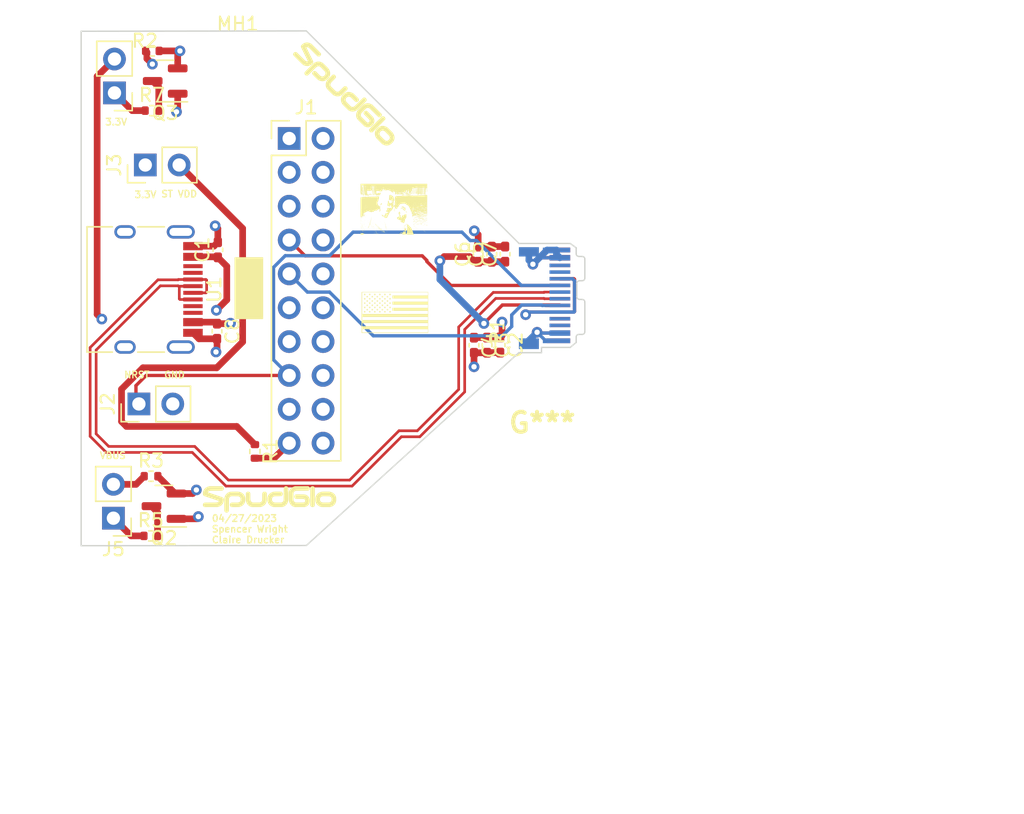
<source format=kicad_pcb>
(kicad_pcb (version 20221018) (generator pcbnew)
  (layers (0 "F.Cu" signal) (1 "In1.Cu" signal "GND") (2 "In2.Cu" signal "PWR") (31 "B.Cu" signal) (34 "B.Paste" user) (35 "F.Paste" user) (36 "B.SilkS" user "B.Silkscreen") (37 "F.SilkS" user "F.Silkscreen") (38 "B.Mask" user) (39 "F.Mask" user) (44 "Edge.Cuts" user))
  (net 0 "")
  (net 1 "MCU_VDD")
  (net 2 "Net-(J1-Pin_19)")
  (net 3 "+3.3V")
  (net 4 "GND1")
  (net 5 "Net-(J5-Pin_1)")
  (net 6 "Net-(Q2-D)")
  (net 7 "VBUS")
  (net 8 "Net-(J6-Pin_1)")
  (net 9 "Net-(Q3-D)")
  (net 11 "USBD+")
  (net 12 "USBD-")
  (net 18 "SWDIO")
  (net 19 "SWCLK")
  (net 22 "NRST")
  (footprint "Package_TO_SOT_SMD:SOT-23" (layer "F.Cu") (at 30.4525 61.31 180)
    (fp_text reference "Q3" (at 0 -2.4) (layer "F.SilkS"))
    (fp_text value "BSS138")
    (pad "1" smd roundrect (at -0.9375 -0.95 180) (size 1.475 0.6) (layers "F.Cu" "F.Paste" "F.Mask") (net 3 "+3.3V"))
    (pad "2" smd roundrect (at -0.9375 0.95 180) (size 1.475 0.6) (layers "F.Cu" "F.Paste" "F.Mask") (net 4 "GND1"))
    (pad "3" smd roundrect (at 0.9375 0 180) (size 1.475 0.6) (layers "F.Cu" "F.Paste" "F.Mask") (net 9 "Net-(Q3-D)"))
  )
  (footprint "Resistor_SMD:R_0402_1005Metric" (layer "F.Cu") (at 37.18 89.1 -90)
    (fp_text reference "R1" (at 0 -1.17 90) (layer "F.SilkS"))
    (fp_text value "0")
    (pad "1" smd roundrect (at -0.51 0 270) (size 0.54 0.64) (layers "F.Cu" "F.Paste" "F.Mask") (net 1 "MCU_VDD"))
    (pad "2" smd roundrect (at 0.51 0 270) (size 0.54 0.64) (layers "F.Cu" "F.Paste" "F.Mask") (net 2 "Net-(J1-Pin_19)"))
  )
  (footprint "Capacitor_SMD:C_0402_1005Metric_Pad0.74x0.62mm_HandSolder" (layer "F.Cu") (at 34.4 73.9725 90)
    (fp_text reference "C1" (at 0 -1.16 90) (layer "F.SilkS"))
    (fp_text value "1u")
    (pad "1" smd roundrect (at -0.5675 0 90) (size 0.735 0.62) (layers "F.Cu" "F.Paste" "F.Mask") (net 7 "VBUS"))
    (pad "2" smd roundrect (at 0.5675 0 90) (size 0.735 0.62) (layers "F.Cu" "F.Paste" "F.Mask") (net 4 "GND1"))
  )
  (footprint "Connector_USB:USB_C_Receptacle_HRO_TYPE-C-31-M-12" (layer "F.Cu") (at 28.49 76.95 -90)
    (fp_text reference "U1" (at 0 -5.645 90) (layer "F.SilkS"))
    (fp_text value "USB-C-31-M-12")
    (pad "" np_thru_hole circle (at -2.89 -2.6 270) (size 0.65 0.65) (drill 0.65) (layers "*.Cu" "*.Mask"))
    (pad "" np_thru_hole circle (at 2.89 -2.6 270) (size 0.65 0.65) (drill 0.65) (layers "*.Cu" "*.Mask"))
    (pad "A1" smd rect (at -3.25 -4.045 270) (size 0.6 1.45) (layers "F.Cu" "F.Paste" "F.Mask") (net 4 "GND1"))
    (pad "A4" smd rect (at -2.45 -4.045 270) (size 0.6 1.45) (layers "F.Cu" "F.Paste" "F.Mask") (net 7 "VBUS"))
    (pad "A5" smd rect (at -1.25 -4.045 270) (size 0.3 1.45) (layers "F.Cu" "F.Paste" "F.Mask"))
    (pad "A6" smd rect (at -0.25 -4.045 270) (size 0.3 1.45) (layers "F.Cu" "F.Paste" "F.Mask") (net 11 "USBD+"))
    (pad "A7" smd rect (at 0.25 -4.045 270) (size 0.3 1.45) (layers "F.Cu" "F.Paste" "F.Mask") (net 12 "USBD-"))
    (pad "A8" smd rect (at 1.25 -4.045 270) (size 0.3 1.45) (layers "F.Cu" "F.Paste" "F.Mask"))
    (pad "A9" smd rect (at 2.45 -4.045 270) (size 0.6 1.45) (layers "F.Cu" "F.Paste" "F.Mask") (net 7 "VBUS"))
    (pad "A12" smd rect (at 3.25 -4.045 270) (size 0.6 1.45) (layers "F.Cu" "F.Paste" "F.Mask") (net 4 "GND1"))
    (pad "B1" smd rect (at 3.25 -4.045 270) (size 0.6 1.45) (layers "F.Cu" "F.Paste" "F.Mask") (net 4 "GND1"))
    (pad "B4" smd rect (at 2.45 -4.045 270) (size 0.6 1.45) (layers "F.Cu" "F.Paste" "F.Mask") (net 7 "VBUS"))
    (pad "B5" smd rect (at 1.75 -4.045 270) (size 0.3 1.45) (layers "F.Cu" "F.Paste" "F.Mask"))
    (pad "B6" smd rect (at 0.75 -4.045 270) (size 0.3 1.45) (layers "F.Cu" "F.Paste" "F.Mask") (net 11 "USBD+"))
    (pad "B7" smd rect (at -0.75 -4.045 270) (size 0.3 1.45) (layers "F.Cu" "F.Paste" "F.Mask") (net 12 "USBD-"))
    (pad "B8" smd rect (at -1.75 -4.045 270) (size 0.3 1.45) (layers "F.Cu" "F.Paste" "F.Mask"))
    (pad "B9" smd rect (at -2.45 -4.045 270) (size 0.6 1.45) (layers "F.Cu" "F.Paste" "F.Mask") (net 7 "VBUS"))
    (pad "B12" smd rect (at -3.25 -4.045 270) (size 0.6 1.45) (layers "F.Cu" "F.Paste" "F.Mask") (net 4 "GND1"))
    (pad "S1" thru_hole oval (at -4.32 -3.13 270) (size 1 2.1) (drill oval 0.6 1.7) (layers "*.Cu" "*.Mask"))
    (pad "S1" thru_hole oval (at -4.32 1.05 270) (size 1 1.6) (drill oval 0.6 1.2) (layers "*.Cu" "*.Mask"))
    (pad "S1" thru_hole oval (at 4.32 -3.13 270) (size 1 2.1) (drill oval 0.6 1.7) (layers "*.Cu" "*.Mask"))
    (pad "S1" thru_hole oval (at 4.32 1.05 270) (size 1 1.6) (drill oval 0.6 1.2) (layers "*.Cu" "*.Mask"))
  )
  (footprint "Resistor_SMD:R_0402_1005Metric" (layer "F.Cu") (at 29.37 95.44)
    (fp_text reference "R5" (at 0 -1.17) (layer "F.SilkS"))
    (fp_text value "1k")
    (pad "1" smd roundrect (at -0.51 0) (size 0.54 0.64) (layers "F.Cu" "F.Paste" "F.Mask") (net 5 "Net-(J5-Pin_1)"))
    (pad "2" smd roundrect (at 0.51 0) (size 0.54 0.64) (layers "F.Cu" "F.Paste" "F.Mask") (net 6 "Net-(Q2-D)"))
  )
  (footprint "LOGO" (layer "F.Cu") (at 43.925 62.425 -45)
    (fp_text reference "G***" hide)
    (fp_text value "LOGO" hide)
  )
  (footprint "Resistor_SMD:R_0402_1005Metric" (layer "F.Cu") (at 29.49 59.05)
    (fp_text reference "R2" (at -0.565 -0.75) (layer "F.SilkS"))
    (fp_text value "1M")
    (pad "1" smd roundrect (at -0.51 0) (size 0.54 0.64) (layers "F.Cu" "F.Paste" "F.Mask") (net 3 "+3.3V"))
    (pad "2" smd roundrect (at 0.51 0) (size 0.54 0.64) (layers "F.Cu" "F.Paste" "F.Mask") (net 4 "GND1"))
  )
  (footprint "Capacitor_SMD:C_0402_1005Metric_Pad0.74x0.62mm_HandSolder" (layer "F.Cu") (at 53.61 81.135 -90)
    (fp_text reference "C4" (at 0 -1.16 90) (layer "F.SilkS"))
    (fp_text value "1u")
    (pad "1" smd roundrect (at -0.5675 0 270) (size 0.735 0.62) (layers "F.Cu" "F.Paste" "F.Mask") (net 7 "VBUS"))
    (pad "2" smd roundrect (at 0.5675 0 270) (size 0.735 0.62) (layers "F.Cu" "F.Paste" "F.Mask") (net 4 "GND1"))
  )
  (footprint "Connector_PinHeader_2.54mm:PinHeader_1x02_P2.54mm_Vertical" (layer "F.Cu") (at 26.65 62.2 180)
    (fp_text reference "J6" hide)
    (fp_text value "Conn_01x02_Male" hide)
    (pad "1" thru_hole rect (at 0 0 180) (size 1.7 1.7) (drill 1) (layers "*.Cu" "*.Mask") (net 8 "Net-(J6-Pin_1)"))
    (pad "2" thru_hole oval (at 0 2.54 180) (size 1.7 1.7) (drill 1) (layers "*.Cu" "*.Mask") (net 7 "VBUS"))
  )
  (footprint "Package_TO_SOT_SMD:SOT-23" (layer "F.Cu") (at 30.3625 93.21 180)
    (fp_text reference "Q2" (at 0 -2.4) (layer "F.SilkS"))
    (fp_text value "BSS138")
    (pad "1" smd roundrect (at -0.9375 -0.95 180) (size 1.475 0.6) (layers "F.Cu" "F.Paste" "F.Mask") (net 7 "VBUS"))
    (pad "2" smd roundrect (at -0.9375 0.95 180) (size 1.475 0.6) (layers "F.Cu" "F.Paste" "F.Mask") (net 4 "GND1"))
    (pad "3" smd roundrect (at 0.9375 0 180) (size 1.475 0.6) (layers "F.Cu" "F.Paste" "F.Mask") (net 6 "Net-(Q2-D)"))
  )
  (footprint "Connector_PinHeader_2.54mm:PinHeader_2x10_P2.54mm_Vertical" (layer "F.Cu") (at 39.75 65.62)
    (fp_text reference "J1" (at 1.27 -2.33) (layer "F.SilkS"))
    (fp_text value "Conn_01x20_Male")
    (pad "1" thru_hole rect (at 0 0) (size 1.7 1.7) (drill 1) (layers "*.Cu" "*.Mask") (net 3 "+3.3V"))
    (pad "2" thru_hole oval (at 2.54 0) (size 1.7 1.7) (drill 1) (layers "*.Cu" "*.Mask") (net 3 "+3.3V"))
    (pad "3" thru_hole oval (at 0 2.54) (size 1.7 1.7) (drill 1) (layers "*.Cu" "*.Mask"))
    (pad "4" thru_hole oval (at 2.54 2.54) (size 1.7 1.7) (drill 1) (layers "*.Cu" "*.Mask") (net 4 "GND1"))
    (pad "5" thru_hole oval (at 0 5.08) (size 1.7 1.7) (drill 1) (layers "*.Cu" "*.Mask"))
    (pad "6" thru_hole oval (at 2.54 5.08) (size 1.7 1.7) (drill 1) (layers "*.Cu" "*.Mask") (net 4 "GND1"))
    (pad "7" thru_hole oval (at 0 7.62) (size 1.7 1.7) (drill 1) (layers "*.Cu" "*.Mask") (net 18 "SWDIO"))
    (pad "8" thru_hole oval (at 2.54 7.62) (size 1.7 1.7) (drill 1) (layers "*.Cu" "*.Mask") (net 4 "GND1"))
    (pad "9" thru_hole oval (at 0 10.16) (size 1.7 1.7) (drill 1) (layers "*.Cu" "*.Mask") (net 19 "SWCLK"))
    (pad "10" thru_hole oval (at 2.54 10.16) (size 1.7 1.7) (drill 1) (layers "*.Cu" "*.Mask") (net 4 "GND1"))
    (pad "11" thru_hole oval (at 0 12.7) (size 1.7 1.7) (drill 1) (layers "*.Cu" "*.Mask"))
    (pad "12" thru_hole oval (at 2.54 12.7) (size 1.7 1.7) (drill 1) (layers "*.Cu" "*.Mask") (net 4 "GND1"))
    (pad "13" thru_hole oval (at 0 15.24) (size 1.7 1.7) (drill 1) (layers "*.Cu" "*.Mask"))
    (pad "14" thru_hole oval (at 2.54 15.24) (size 1.7 1.7) (drill 1) (layers "*.Cu" "*.Mask") (net 4 "GND1"))
    (pad "15" thru_hole oval (at 0 17.78) (size 1.7 1.7) (drill 1) (layers "*.Cu" "*.Mask") (net 22 "NRST"))
    (pad "16" thru_hole oval (at 2.54 17.78) (size 1.7 1.7) (drill 1) (layers "*.Cu" "*.Mask") (net 4 "GND1"))
    (pad "17" thru_hole oval (at 0 20.32) (size 1.7 1.7) (drill 1) (layers "*.Cu" "*.Mask"))
    (pad "18" thru_hole oval (at 2.54 20.32) (size 1.7 1.7) (drill 1) (layers "*.Cu" "*.Mask") (net 4 "GND1"))
    (pad "19" thru_hole oval (at 0 22.86) (size 1.7 1.7) (drill 1) (layers "*.Cu" "*.Mask") (net 2 "Net-(J1-Pin_19)"))
    (pad "20" thru_hole oval (at 2.54 22.86) (size 1.7 1.7) (drill 1) (layers "*.Cu" "*.Mask") (net 4 "GND1"))
  )
  (footprint "Connector_USB:USB_C_Plug_JAE_DX07P024AJ1" (layer "F.Cu") (at 58.8975 77.395 90)
    (fp_text reference "P1" (at -2.6925 -3.54 90) (layer "F.SilkS"))
    (fp_text value "USB_C_Plug")
    (fp_line (start -4.3 -1.93) (end -4.3 -0.2275) (stroke (width 0.1)) (layer "Edge.Cuts"))
    (fp_line (start -4.3 -0.2275) (end -3.9 -0.2275) (stroke (width 0.1)) (layer "Edge.Cuts"))
    (fp_line (start -3.9 1.9225) (end -3.9 -0.2275) (stroke (width 0.1)) (layer "Edge.Cuts"))
    (fp_line (start -3.53 2.3725) (end -3.9 1.9225) (stroke (width 0.1)) (layer "Edge.Cuts"))
    (fp_line (start -3.125 2.3725) (end -3.53 2.3725) (stroke (width 0.1)) (layer "Edge.Cuts"))
    (fp_line (start -2.925 2.8225) (end -2.925 2.5725) (stroke (width 0.1)) (layer "Edge.Cuts"))
    (fp_line (start -0.5 3.0225) (end -2.725 3.0225) (stroke (width 0.1)) (layer "Edge.Cuts"))
    (fp_line (start -0.3 2.6225) (end -0.3 2.8225) (stroke (width 0.1)) (layer "Edge.Cuts"))
    (fp_line (start -0.1 2.4225) (end 0.9 2.4225) (stroke (width 0.1)) (layer "Edge.Cuts"))
    (fp_line (start 1.1 2.8225) (end 1.1 2.6225) (stroke (width 0.1)) (layer "Edge.Cuts"))
    (fp_line (start 1.3 3.0225) (end 2.725 3.0225) (stroke (width 0.1)) (layer "Edge.Cuts"))
    (fp_line (start 2.925 2.8225) (end 2.925 2.5725) (stroke (width 0.1)) (layer "Edge.Cuts"))
    (fp_line (start 3.125 2.3725) (end 3.575 2.3725) (stroke (width 0.1)) (layer "Edge.Cuts"))
    (fp_line (start 3.575 2.3725) (end 3.9 1.9225) (stroke (width 0.1)) (layer "Edge.Cuts"))
    (fp_line (start 3.9 1.9225) (end 3.9 -1.9175) (stroke (width 0.1)) (layer "Edge.Cuts"))
    (fp_arc (start -3.125 2.3725) (mid -2.983579 2.431079) (end -2.925 2.5725) (stroke (width 0.1)) (layer "Edge.Cuts"))
    (fp_arc (start -2.725 3.0225) (mid -2.866421 2.963921) (end -2.925 2.8225) (stroke (width 0.1)) (layer "Edge.Cuts"))
    (fp_arc (start -0.3 2.6225) (mid -0.241421 2.481079) (end -0.1 2.4225) (stroke (width 0.1)) (layer "Edge.Cuts"))
    (fp_arc (start -0.3 2.8225) (mid -0.358579 2.963921) (end -0.5 3.0225) (stroke (width 0.1)) (layer "Edge.Cuts"))
    (fp_arc (start 0.9 2.4225) (mid 1.041421 2.481079) (end 1.1 2.6225) (stroke (width 0.1)) (layer "Edge.Cuts"))
    (fp_arc (start 1.3 3.0225) (mid 1.158579 2.963921) (end 1.1 2.8225) (stroke (width 0.1)) (layer "Edge.Cuts"))
    (fp_arc (start 2.925 2.5725) (mid 2.983579 2.431079) (end 3.125 2.3725) (stroke (width 0.1)) (layer "Edge.Cuts"))
    (fp_arc (start 2.925 2.8225) (mid 2.866421 2.963921) (end 2.725 3.0225) (stroke (width 0.1)) (layer "Edge.Cuts"))
    (pad "" smd rect (at -3.405 1.0475 90) (size 0.36 1.75) (layers "F.Cu" "F.Mask"))
    (pad "" smd rect (at 3.405 1.0475 90) (size 0.36 1.75) (layers "F.Cu" "F.Mask"))
    (pad "A1" smd rect (at 2.825 1.1475 90) (size 0.41 1.55) (layers "F.Cu" "F.Paste" "F.Mask") (net 4 "GND1"))
    (pad "A2" smd rect (at 2.25 1.1475 90) (size 0.26 1.55) (layers "F.Cu" "F.Paste" "F.Mask"))
    (pad "A3" smd rect (at 1.75 1.1475 90) (size 0.26 1.55) (layers "F.Cu" "F.Paste" "F.Mask"))
    (pad "A4" smd rect (at 1.25 1.1475 90) (size 0.26 1.55) (layers "F.Cu" "F.Paste" "F.Mask") (net 7 "VBUS"))
    (pad "A5" smd rect (at 0.75 1.1475 90) (size 0.26 1.55) (layers "F.Cu" "F.Paste" "F.Mask") (net 18 "SWDIO"))
    (pad "A6" smd rect (at 0.25 1.1475 270) (size 0.26 1.55) (layers "F.Cu" "F.Paste" "F.Mask") (net 11 "USBD+"))
    (pad "A7" smd rect (at -0.25 1.1475 270) (size 0.26 1.55) (layers "F.Cu" "F.Paste" "F.Mask") (net 12 "USBD-"))
    (pad "A8" smd rect (at -0.75 1.1475 90) (size 0.26 1.55) (layers "F.Cu" "F.Paste" "F.Mask") (net 3 "+3.3V"))
    (pad "A9" smd rect (at -1.25 1.1475 90) (size 0.26 1.55) (layers "F.Cu" "F.Paste" "F.Mask") (net 7 "VBUS"))
    (pad "A10" smd rect (at -1.75 1.1475 90) (size 0.26 1.55) (layers "F.Cu" "F.Paste" "F.Mask"))
    (pad "A11" smd rect (at -2.25 1.1475 90) (size 0.26 1.55) (layers "F.Cu" "F.Paste" "F.Mask"))
    (pad "A12" smd rect (at -2.825 1.1475 90) (size 0.41 1.55) (layers "F.Cu" "F.Paste" "F.Mask") (net 4 "GND1"))
    (pad "B1" smd rect (at -2.825 1.1475 90) (size 0.41 1.55) (layers "B.Cu" "B.Paste" "B.Mask") (net 4 "GND1"))
    (pad "B2" smd rect (at -2.25 1.1475 90) (size 0.26 1.55) (layers "B.Cu" "B.Paste" "B.Mask"))
    (pad "B3" smd rect (at -1.75 1.1475 90) (size 0.26 1.55) (layers "B.Cu" "B.Paste" "B.Mask"))
    (pad "B4" smd rect (at -1.25 1.1475 90) (size 0.26 1.55) (layers "B.Cu" "B.Paste" "B.Mask") (net 7 "VBUS"))
    (pad "B5" smd rect (at -0.75 1.1475 90) (size 0.26 1.55) (layers "B.Cu" "B.Paste" "B.Mask") (net 19 "SWCLK"))
    (pad "B6" smd rect (at -0.25 1.1475 270) (size 0.26 1.55) (layers "B.Cu" "B.Paste" "B.Mask"))
    (pad "B7" smd rect (at 0.25 1.1475 90) (size 0.26 1.55) (layers "B.Cu" "B.Paste" "B.Mask"))
    (pad "B8" smd rect (at 0.75 1.1475 90) (size 0.26 1.55) (layers "B.Cu" "B.Paste" "B.Mask") (net 22 "NRST"))
    (pad "B9" smd rect (at 1.25 1.1475 90) (size 0.26 1.55) (layers "B.Cu" "B.Paste" "B.Mask") (net 7 "VBUS"))
    (pad "B10" smd rect (at 1.75 1.1475 90) (size 0.26 1.55) (layers "B.Cu" "B.Paste" "B.Mask"))
    (pad "B11" smd rect (at 2.25 1.1475 90) (size 0.26 1.55) (layers "B.Cu" "B.Paste" "B.Mask"))
    (pad "B12" smd rect (at 2.825 1.1475 90) (size 0.41 1.55) (layers "B.Cu" "B.Paste" "B.Mask") (net 4 "GND1"))
    (pad "S1" smd rect (at -3.625 -1.1725 90) (size 0.8 1.5) (layers "B.Cu" "B.Paste" "B.Mask") (net 4 "GND1"))
    (pad "S1" smd rect (at -3.405 0.8975 90) (size 0.36 2.05) (layers "B.Cu" "B.Paste" "B.Mask") (net 4 "GND1"))
    (pad "S1" smd rect (at 3.27 -1.1725 270) (size 0.7 1.5) (layers "B.Cu" "B.Paste" "B.Mask") (net 4 "GND1"))
    (pad "S1" smd rect (at 3.405 0.8975 90) (size 0.36 2.05) (layers "B.Cu" "B.Paste" "B.Mask") (net 4 "GND1"))
  )
  (footprint "Capacitor_SMD:C_0402_1005Metric_Pad0.74x0.62mm_HandSolder" (layer "F.Cu") (at 54.59 81.1275 -90)
    (fp_text reference "C3" (at 0 -1.16 90) (layer "F.SilkS"))
    (fp_text value "1u")
    (pad "1" smd roundrect (at -0.5675 0 270) (size 0.735 0.62) (layers "F.Cu" "F.Paste" "F.Mask") (net 7 "VBUS"))
    (pad "2" smd roundrect (at 0.5675 0 270) (size 0.735 0.62) (layers "F.Cu" "F.Paste" "F.Mask") (net 4 "GND1"))
  )
  (footprint "MountingHole:MountingHole_3mm" (layer "F.Cu") (at 48.04 83.7)
    (fp_text reference "MH2" hide)
    (fp_text value "MountingHole_Pad")
    (pad "" np_thru_hole circle (at 0 0) (size 3 3) (drill 3) (layers "*.Cu" "*.Mask"))
  )
  (footprint "Capacitor_SMD:C_0402_1005Metric_Pad0.74x0.62mm_HandSolder" (layer "F.Cu") (at 54.94 74.3025 90)
    (fp_text reference "C5" (at 0 -1.16 90) (layer "F.SilkS"))
    (fp_text value "1u")
    (pad "1" smd roundrect (at -0.5675 0 90) (size 0.735 0.62) (layers "F.Cu" "F.Paste" "F.Mask") (net 3 "+3.3V"))
    (pad "2" smd roundrect (at 0.5675 0 90) (size 0.735 0.62) (layers "F.Cu" "F.Paste" "F.Mask") (net 4 "GND1"))
  )
  (footprint "Capacitor_SMD:C_0402_1005Metric_Pad0.74x0.62mm_HandSolder" (layer "F.Cu") (at 34.34 80.0825 -90)
    (fp_text reference "C8" (at 0 -1.16 90) (layer "F.SilkS"))
    (fp_text value "1u")
    (pad "1" smd roundrect (at -0.5675 0 270) (size 0.735 0.62) (layers "F.Cu" "F.Paste" "F.Mask") (net 7 "VBUS"))
    (pad "2" smd roundrect (at 0.5675 0 270) (size 0.735 0.62) (layers "F.Cu" "F.Paste" "F.Mask") (net 4 "GND1"))
  )
  (footprint "Capacitor_SMD:C_0402_1005Metric_Pad0.74x0.62mm_HandSolder" (layer "F.Cu") (at 55.57 81.1175 -90)
    (fp_text reference "C2" (at 0 -1.16 90) (layer "F.SilkS"))
    (fp_text value "1u")
    (pad "1" smd roundrect (at -0.5675 0 270) (size 0.735 0.62) (layers "F.Cu" "F.Paste" "F.Mask") (net 7 "VBUS"))
    (pad "2" smd roundrect (at 0.5675 0 270) (size 0.735 0.62) (layers "F.Cu" "F.Paste" "F.Mask") (net 4 "GND1"))
  )
  (footprint "Connector_PinHeader_2.54mm:PinHeader_1x02_P2.54mm_Vertical" (layer "F.Cu") (at 26.57 94.11 180)
    (fp_text reference "J5" (at 0 -2.33) (layer "F.SilkS"))
    (fp_text value "Conn_01x02_Male")
    (pad "1" thru_hole rect (at 0 0 180) (size 1.7 1.7) (drill 1) (layers "*.Cu" "*.Mask") (net 5 "Net-(J5-Pin_1)"))
    (pad "2" thru_hole oval (at 0 2.54 180) (size 1.7 1.7) (drill 1) (layers "*.Cu" "*.Mask") (net 7 "VBUS"))
  )
  (footprint "LOGO" (layer "F.Cu") (at 38.275 92.7)
    (fp_text reference "G***" hide)
    (fp_text value "LOGO" hide)
  )
  (footprint "LOGO" (layer "F.Cu") (at 47.6 70.925)
    (fp_text reference "G***" hide)
    (fp_text value "LOGO" hide)
  )
  (footprint "Resistor_SMD:R_0402_1005Metric" (layer "F.Cu") (at 29.46 63.53)
    (fp_text reference "R7" (at 0 -1.17) (layer "F.SilkS"))
    (fp_text value "1k")
    (pad "1" smd roundrect (at -0.51 0) (size 0.54 0.64) (layers "F.Cu" "F.Paste" "F.Mask") (net 8 "Net-(J6-Pin_1)"))
    (pad "2" smd roundrect (at 0.51 0) (size 0.54 0.64) (layers "F.Cu" "F.Paste" "F.Mask") (net 9 "Net-(Q3-D)"))
  )
  (footprint "LOGO" (layer "F.Cu") (at 47.675 78.675)
    (fp_text reference "G***" (at 11.05 8.275) (layer "F.SilkS") (effects (font (size 1.5 1.5) (thickness 0.3))))
    (fp_text value "LOGO" hide)
  )
  (footprint "Capacitor_SMD:C_0402_1005Metric_Pad0.74x0.62mm_HandSolder" (layer "F.Cu") (at 55.94 74.2975 90)
    (fp_text reference "C7" (at 0 -1.16 90) (layer "F.SilkS"))
    (fp_text value "1u")
    (pad "1" smd roundrect (at -0.5675 0 90) (size 0.735 0.62) (layers "F.Cu" "F.Paste" "F.Mask") (net 3 "+3.3V"))
    (pad "2" smd roundrect (at 0.5675 0 90) (size 0.735 0.62) (layers "F.Cu" "F.Paste" "F.Mask") (net 4 "GND1"))
  )
  (footprint "MountingHole:MountingHole_3mm" (layer "F.Cu") (at 35.89 61.02)
    (fp_text reference "MH1" (at 0 -4) (layer "F.SilkS"))
    (fp_text value "MountingHole_Pad")
    (pad "" np_thru_hole circle (at 0 0) (size 3 3) (drill 3) (layers "*.Cu" "*.Mask"))
  )
  (footprint "Capacitor_SMD:C_0402_1005Metric_Pad0.74x0.62mm_HandSolder" (layer "F.Cu") (at 53.92 74.3 90)
    (fp_text reference "C6" (at 0 -1.16 90) (layer "F.SilkS"))
    (fp_text value "1u")
    (pad "1" smd roundrect (at -0.5675 0 90) (size 0.735 0.62) (layers "F.Cu" "F.Paste" "F.Mask") (net 3 "+3.3V"))
    (pad "2" smd roundrect (at 0.5675 0 90) (size 0.735 0.62) (layers "F.Cu" "F.Paste" "F.Mask") (net 4 "GND1"))
  )
  (footprint "Connector_PinHeader_2.54mm:PinHeader_1x02_P2.54mm_Vertical" (layer "F.Cu") (at 28.48 85.54 90)
    (fp_text reference "J2" (at 0 -2.33 90) (layer "F.SilkS"))
    (fp_text value "Conn_01x02_Pin")
    (pad "1" thru_hole rect (at 0 0 90) (size 1.7 1.7) (drill 1) (layers "*.Cu" "*.Mask") (net 22 "NRST"))
    (pad "2" thru_hole oval (at 0 2.54 90) (size 1.7 1.7) (drill 1) (layers "*.Cu" "*.Mask") (net 4 "GND1"))
  )
  (footprint "Connector_PinHeader_2.54mm:PinHeader_1x02_P2.54mm_Vertical" (layer "F.Cu") (at 28.96 67.61 90)
    (fp_text reference "J3" (at 0 -2.33 90) (layer "F.SilkS"))
    (fp_text value "Conn_01x02_Pin")
    (pad "1" thru_hole rect (at 0 0 90) (size 1.7 1.7) (drill 1) (layers "*.Cu" "*.Mask") (net 3 "+3.3V"))
    (pad "2" thru_hole oval (at 0 2.54 90) (size 1.7 1.7) (drill 1) (layers "*.Cu" "*.Mask") (net 1 "MCU_VDD"))
  )
  (footprint "Resistor_SMD:R_0402_1005Metric" (layer "F.Cu") (at 29.39 90.96)
    (fp_text reference "R3" (at 0 -1.17) (layer "F.SilkS"))
    (fp_text value "1M")
    (pad "1" smd roundrect (at -0.51 0) (size 0.54 0.64) (layers "F.Cu" "F.Paste" "F.Mask") (net 7 "VBUS"))
    (pad "2" smd roundrect (at 0.51 0) (size 0.54 0.64) (layers "F.Cu" "F.Paste" "F.Mask") (net 4 "GND1"))
  )
  (gr_rect (start 35.7 74.575) (end 37.75 79.125) (stroke (width 0.1)) (fill solid) (layer "F.SilkS"))
  (gr_line (start 24.15 96.175) (end 41.035 96.16) (stroke (width 0.1)) (layer "Edge.Cuts"))
  (gr_line (start 56.98 73.495) (end 41.035 57.55) (stroke (width 0.1)) (layer "Edge.Cuts"))
  (gr_line (start 24.15 57.575) (end 24.15 96.175) (stroke (width 0.1)) (layer "Edge.Cuts"))
  (gr_line (start 41.035 96.16) (end 56.9675 81.695) (stroke (width 0.1)) (layer "Edge.Cuts"))
  (gr_line (start 41.035 57.55) (end 24.15 57.575) (stroke (width 0.1)) (layer "Edge.Cuts"))
  (gr_text "04/27/2023\nSpencer Wright\nClaire Drucker" (at 33.9 96.025) (layer "F.SilkS") (effects (font (size 0.5 0.5) (thickness 0.1) bold) (justify left bottom)))
  (gr_text "GND" (at 31.15 83.65) (layer "F.SilkS") (effects (font (size 0.5 0.5) (thickness 0.1) bold) (justify bottom)))
  (gr_text "VBUS" (at 26.525 89.7) (layer "F.SilkS") (effects (font (size 0.5 0.5) (thickness 0.1) bold) (justify bottom)))
  (gr_text "ST VDD" (at 31.5 70.075) (layer "F.SilkS") (effects (font (size 0.5 0.5) (thickness 0.1) bold) (justify bottom)))
  (gr_text "3.3V" (at 25.9 64.675) (layer "F.SilkS") (effects (font (size 0.5 0.5) (thickness 0.1) bold) (justify left bottom)))
  (gr_text "3.3V" (at 28.1 70.125) (layer "F.SilkS") (effects (font (size 0.5 0.5) (thickness 0.1) bold) (justify left bottom)))
  (gr_text "NRST" (at 28.325 83.65) (layer "F.SilkS") (effects (font (size 0.5 0.5) (thickness 0.1) bold) (justify bottom)))
  (segment (start 28.785 82.825) (end 34.317082 82.825) (width 0.5) (layer "F.Cu") (net 1))
  (segment (start 36.26 80.882082) (end 36.26 72.37) (width 0.5) (layer "F.Cu") (net 1))
  (segment (start 27.55 87.225) (end 27.18 86.855) (width 0.5) (layer "F.Cu") (net 1))
  (segment (start 37.18 88.59) (end 35.815 87.225) (width 0.5) (layer "F.Cu") (net 1))
  (segment (start 27.18 84.43) (end 28.785 82.825) (width 0.5) (layer "F.Cu") (net 1))
  (segment (start 36.26 72.37) (end 31.5 67.61) (width 0.5) (layer "F.Cu") (net 1))
  (segment (start 35.815 87.225) (end 27.55 87.225) (width 0.5) (layer "F.Cu") (net 1))
  (segment (start 27.18 86.855) (end 27.18 84.43) (width 0.5) (layer "F.Cu") (net 1))
  (segment (start 34.317082 82.825) (end 36.26 80.882082) (width 0.5) (layer "F.Cu") (net 1))
  (segment (start 38.62 89.61) (end 39.75 88.48) (width 0.5) (layer "F.Cu") (net 2))
  (segment (start 37.18 89.61) (end 38.62 89.61) (width 0.5) (layer "F.Cu") (net 2))
  (segment (start 51.05 74.8) (end 51.37 74.48) (width 0.5) (layer "F.Cu") (net 3))
  (segment (start 60.045 78.145) (end 60.015 78.115) (width 0.25) (layer "F.Cu") (net 3))
  (segment (start 53.283173 74.48) (end 53.670672 74.8675) (width 0.5) (layer "F.Cu") (net 3))
  (segment (start 60.045 78.145) (end 58.99 78.145) (width 0.25) (layer "F.Cu") (net 3))
  (segment (start 31.39 62.26) (end 31.39 63.53) (width 0.5) (layer "F.Cu") (net 3))
  (segment (start 54.945 74.865) (end 54.94 74.87) (width 0.5) (layer "F.Cu") (net 3))
  (segment (start 31.39 63.53) (end 31.3 63.62) (width 0.5) (layer "F.Cu") (net 3))
  (segment (start 54.9375 74.8675) (end 54.94 74.87) (width 0.5) (layer "F.Cu") (net 3))
  (segment (start 60.015 78.115) (end 55.735 78.115) (width 0.25) (layer "F.Cu") (net 3))
  (segment (start 53.670672 74.8675) (end 53.92 74.8675) (width 0.5) (layer "F.Cu") (net 3))
  (segment (start 55.94 74.865) (end 54.945 74.865) (width 0.5) (layer "F.Cu") (net 3))
  (segment (start 28.98 59.05) (end 29.08 59.15) (width 0.5) (layer "F.Cu") (net 3))
  (segment (start 29.08 59.63) (end 29.49 60.04) (width 0.5) (layer "F.Cu") (net 3))
  (segment (start 29.08 59.15) (end 29.08 59.63) (width 0.5) (layer "F.Cu") (net 3))
  (segment (start 51.37 74.48) (end 53.283173 74.48) (width 0.5) (layer "F.Cu") (net 3))
  (segment (start 55.735 78.115) (end 54.35 79.5) (width 0.25) (layer "F.Cu") (net 3))
  (segment (start 53.92 74.8675) (end 54.9375 74.8675) (width 0.5) (layer "F.Cu") (net 3))
  (via (at 29.49 60.04) (size 0.8) (drill 0.4) (layers "F.Cu" "B.Cu") (net 3))
  (via (at 54.35 79.5) (size 0.8) (drill 0.4) (layers "F.Cu" "B.Cu") (net 3))
  (via (at 51.05 74.8) (size 0.8) (drill 0.4) (layers "F.Cu" "B.Cu") (net 3))
  (via (at 31.3 63.62) (size 0.8) (drill 0.4) (layers "F.Cu" "B.Cu") (net 3))
  (segment (start 51.05 74.8) (end 51.05 76.2) (width 0.5) (layer "B.Cu") (net 3))
  (segment (start 51.05 76.2) (end 54.35 79.5) (width 0.5) (layer "B.Cu") (net 3))
  (segment (start 34.4 73.405) (end 34.4 72.375) (width 0.5) (layer "F.Cu") (net 4))
  (segment (start 34.34 81.56) (end 34.34 80.65) (width 0.5) (layer "F.Cu") (net 4))
  (segment (start 53.92 73.7325) (end 53.92 72.84) (width 0.5) (layer "F.Cu") (net 4))
  (segment (start 31.2 92.26) (end 29.9 90.96) (width 0.5) (layer "F.Cu") (net 4))
  (segment (start 32.535 73.7) (end 34.105 73.7) (width 0.5) (layer "F.Cu") (net 4))
  (segment (start 55.57 81.685) (end 54.6 81.685) (width 0.5) (layer "F.Cu") (net 4))
  (segment (start 31.3 92.26) (end 32.52 92.26) (width 0.5) (layer "F.Cu") (net 4))
  (segment (start 58.025 75.055) (end 58.51 74.57) (width 0.25) (layer "F.Cu") (net 4))
  (segment (start 53.61 81.7025) (end 53.61 82.75) (width 0.5) (layer "F.Cu") (net 4))
  (segment (start 53.92 73.7325) (end 54.9375 73.7325) (width 0.5) (layer "F.Cu") (net 4))
  (segment (start 30 59.05) (end 31.56 59.05) (width 0.5) (layer "F.Cu") (net 4))
  (segment (start 54.6 81.685) (end 54.59 81.695) (width 0.5) (layer "F.Cu") (net 4))
  (segment (start 31.39 59.22) (end 31.56 59.05) (width 0.5) (layer "F.Cu") (net 4))
  (segment (start 60.045 80.22) (end 58.4 80.22) (width 0.25) (layer "F.Cu") (net 4))
  (segment (start 34.26 81.64) (end 34.34 81.56) (width 0.5) (layer "F.Cu") (net 4))
  (segment (start 54.5825 81.7025) (end 54.59 81.695) (width 0.5) (layer "F.Cu") (net 4))
  (segment (start 32.985 80.65) (end 32.535 80.2) (width 0.5) (layer "F.Cu") (net 4))
  (segment (start 34.4 72.375) (end 34.2 72.175) (width 0.5) (layer "F.Cu") (net 4))
  (segment (start 32.52 92.26) (end 32.79 91.99) (width 0.5) (layer "F.Cu") (net 4))
  (segment (start 53.92 72.84) (end 53.63 72.55) (width 0.5) (layer "F.Cu") (net 4))
  (segment (start 58.51 74.57) (end 60.045 74.57) (width 0.25) (layer "F.Cu") (net 4))
  (segment (start 31.39 60.36) (end 31.39 59.22) (width 0.5) (layer "F.Cu") (net 4))
  (segment (start 54.9375 73.7325) (end 54.94 73.735) (width 0.5) (layer "F.Cu") (net 4))
  (segment (start 34.34 80.65) (end 32.985 80.65) (width 0.5) (layer "F.Cu") (net 4))
  (segment (start 55.94 73.73) (end 54.945 73.73) (width 0.5) (layer "F.Cu") (net 4))
  (segment (start 34.105 73.7) (end 34.4 73.405) (width 0.5) (layer "F.Cu") (net 4))
  (segment (start 31.3 92.26) (end 31.2 92.26) (width 0.5) (layer "F.Cu") (net 4))
  (segment (start 54.945 73.73) (end 54.94 73.735) (width 0.5) (layer "F.Cu") (net 4))
  (segment (start 58.4 80.22) (end 58.34 80.16) (width 0.25) (layer "F.Cu") (net 4))
  (segment (start 53.61 81.7025) (end 54.5825 81.7025) (width 0.5) (layer "F.Cu") (net 4))
  (via (at 53.61 82.75) (size 0.8) (drill 0.4) (layers "F.Cu" "B.Cu") (net 4))
  (via (at 34.2 72.175) (size 0.8) (drill 0.4) (layers "F.Cu" "B.Cu") (net 4))
  (via (at 34.26 81.64) (size 0.8) (drill 0.4) (layers "F.Cu" "B.Cu") (net 4))
  (via (at 53.63 72.55) (size 0.8) (drill 0.4) (layers "F.Cu" "B.Cu") (net 4))
  (via (at 32.79 91.99) (size 0.8) (drill 0.4) (layers "F.Cu" "B.Cu") (net 4))
  (via (at 31.56 59.05) (size 0.8) (drill 0.4) (layers "F.Cu" "B.Cu") (net 4))
  (via (at 58.34 80.16) (size 0.8) (drill 0.4) (layers "F.Cu" "B.Cu") (net 4))
  (via (at 58.025 75.055) (size 0.8) (drill 0.4) (layers "F.Cu" "B.Cu") (net 4))
  (segment (start 60.04 74.565) (end 60.045 74.565) (width 0.5) (layer "B.Cu") (net 4))
  (segment (start 60.045 80.22) (end 58.4 80.22) (width 0.25) (layer "B.Cu") (net 4))
  (segment (start 59.795 80.8) (end 58.98 80.8) (width 0.25) (layer "B.Cu") (net 4))
  (segment (start 57.725 80.775) (end 58.34 80.16) (width 0.5) (layer "B.Cu") (net 4))
  (segment (start 59.09 73.99) (end 59.795 73.99) (width 0.5) (layer "B.Cu") (net 4))
  (segment (start 57.725 74.755) (end 57.725 74.125) (width 0.5) (layer "B.Cu") (net 4))
  (segment (start 58.51 74.57) (end 60.045 74.57) (width 0.25) (layer "B.Cu") (net 4))
  (segment (start 58.025 75.055) (end 59.09 73.99) (width 0.5) (layer "B.Cu") (net 4))
  (segment (start 59.795 74.32) (end 60.04 74.565) (width 0.5) (layer "B.Cu") (net 4))
  (segment (start 58.98 80.8) (end 58.34 80.16) (width 0.25) (layer "B.Cu") (net 4))
  (segment (start 58.4 80.22) (end 58.34 80.16) (width 0.25) (layer "B.Cu") (net 4))
  (segment (start 59.795 73.99) (end 59.795 74.32) (width 0.5) (layer "B.Cu") (net 4))
  (segment (start 58.025 75.055) (end 57.725 74.755) (width 0.5) (layer "B.Cu") (net 4))
  (segment (start 58.025 75.055) (end 58.51 74.57) (width 0.25) (layer "B.Cu") (net 4))
  (segment (start 57.725 81.02) (end 57.725 80.775) (width 0.5) (layer "B.Cu") (net 4))
  (segment (start 28.86 95.44) (end 27.9 95.44) (width 0.5) (layer "F.Cu") (net 5))
  (segment (start 27.9 95.44) (end 26.57 94.11) (width 0.5) (layer "F.Cu") (net 5))
  (segment (start 29.425 93.21) (end 29.88 93.665) (width 0.5) (layer "F.Cu") (net 6))
  (segment (start 29.88 93.665) (end 29.88 95.44) (width 0.5) (layer "F.Cu") (net 6))
  (segment (start 28.27 91.57) (end 28.88 90.96) (width 0.5) (layer "F.Cu") (net 7))
  (segment (start 55.71 79.39) (end 55.71 80.41) (width 0.5) (layer "F.Cu") (net 7))
  (segment (start 61.145 76.19) (end 61.145 78.6) (width 0.25) (layer "F.Cu") (net 7))
  (segment (start 34.34 79.515) (end 35.315 79.515) (width 0.5) (layer "F.Cu") (net 7))
  (segment (start 26.57 91.57) (end 28.27 91.57) (width 0.5) (layer "F.Cu") (net 7))
  (segment (start 61.145 78.6) (end 61.1 78.645) (width 0.25) (layer "F.Cu") (net 7))
  (segment (start 26.65 59.66) (end 25.35 60.96) (width 0.5) (layer "F.Cu") (net 7))
  (segment (start 31.3 94.16) (end 32.77 94.16) (width 0.5) (layer "F.Cu") (net 7))
  (segment (start 25.35 60.96) (end 25.35 78.82) (width 0.5) (layer "F.Cu") (net 7))
  (segment (start 35.07 75.21) (end 34.4 74.54) (width 0.5) (layer "F.Cu") (net 7))
  (segment (start 60.045 76.145) (end 61.1 76.145) (width 0.25) (layer "F.Cu") (net 7))
  (segment (start 35.07 77.73) (end 35.07 75.21) (width 0.5) (layer "F.Cu") (net 7))
  (segment (start 55.57 80.55) (end 54.6 80.55) (width 0.5) (layer "F.Cu") (net 7))
  (segment (start 32.535 74.5) (end 34.36 74.5) (width 0.5) (layer "F.Cu") (net 7))
  (segment (start 32.535 79.4) (end 34.225 79.4) (width 0.5) (layer "F.Cu") (net 7))
  (segment (start 32.77 94.16) (end 32.94 93.99) (width 0.5) (layer "F.Cu") (net 7))
  (segment (start 57.675 78.645) (end 60.045 78.645) (width 0.25) (layer "F.Cu") (net 7))
  (segment (start 34.36 74.5) (end 34.4 74.54) (width 0.5) (layer "F.Cu") (net 7))
  (segment (start 34.225 79.4) (end 34.34 79.515) (width 0.5) (layer "F.Cu") (net 7))
  (segment (start 53.6175 80.56) (end 53.61 80.5675) (width 0.5) (layer "F.Cu") (net 7))
  (segment (start 54.6 80.55) (end 54.59 80.56) (width 0.5) (layer "F.Cu") (net 7))
  (segment (start 55.71 80.41) (end 55.57 80.55) (width 0.5) (layer "F.Cu") (net 7))
  (segment (start 61.1 76.145) (end 61.145 76.19) (width 0.25) (layer "F.Cu") (net 7))
  (segment (start 61.1 78.645) (end 60.045 78.645) (width 0.25) (layer "F.Cu") (net 7))
  (segment (start 54.59 80.56) (end 53.6175 80.56) (width 0.5) (layer "F.Cu") (net 7))
  (segment (start 35.315 79.515) (end 35.35 79.48) (width 0.5) (layer "F.Cu") (net 7))
  (segment (start 34.29 78.51) (end 35.07 77.73) (width 0.5) (layer "F.Cu") (net 7))
  (segment (start 57.48 78.84) (end 57.675 78.645) (width 0.25) (layer "F.Cu") (net 7))
  (segment (start 25.35 78.82) (end 25.7 79.17) (width 0.5) (layer "F.Cu") (net 7))
  (via (at 35.35 79.48) (size 0.8) (drill 0.4) (layers "F.Cu" "B.Cu") (net 7))
  (via (at 32.94 93.99) (size 0.8) (drill 0.4) (layers "F.Cu" "B.Cu") (net 7))
  (via (at 55.71 79.39) (size 0.8) (drill 0.4) (layers "F.Cu" "B.Cu") (net 7))
  (via (at 25.7 79.17) (size 0.8) (drill 0.4) (layers "F.Cu" "B.Cu") (net 7))
  (via (at 57.48 78.84) (size 0.8) (drill 0.4) (layers "F.Cu" "B.Cu") (net 7))
  (via (at 34.29 78.51) (size 0.8) (drill 0.4) (layers "F.Cu" "B.Cu") (net 7))
  (segment (start 61.095 78.645) (end 60.045 78.645) (width 0.25) (layer "B.Cu") (net 7))
  (segment (start 61.145 76.296164) (end 61.145 78.595) (width 0.25) (layer "B.Cu") (net 7))
  (segment (start 60.045 76.145) (end 60.993836 76.145) (width 0.25) (layer "B.Cu") (net 7))
  (segment (start 61.145 78.595) (end 61.095 78.645) (width 0.25) (layer "B.Cu") (net 7))
  (segment (start 60.045 78.645) (end 57.675 78.645) (width 0.25) (layer "B.Cu") (net 7))
  (segment (start 60.993836 76.145) (end 61.145 76.296164) (width 0.25) (layer "B.Cu") (net 7))
  (segment (start 57.675 78.645) (end 57.48 78.84) (width 0.25) (layer "B.Cu") (net 7))
  (segment (start 27.98 63.53) (end 26.65 62.2) (width 0.5) (layer "F.Cu") (net 8))
  (segment (start 28.95 63.53) (end 27.98 63.53) (width 0.5) (layer "F.Cu") (net 8))
  (segment (start 29.515 61.31) (end 29.97 61.765) (width 0.5) (layer "F.Cu") (net 9))
  (segment (start 29.97 61.765) (end 29.97 63.53) (width 0.5) (layer "F.Cu") (net 9))
  (segment (start 31.422499 76.675) (end 30.0932 76.675) (width 0.2) (layer "F.Cu") (net 11))
  (segment (start 55.05368 77.17) (end 58.857499 77.17) (width 0.2) (layer "F.Cu") (net 11))
  (segment (start 49.3568 87.55) (end 52.460019 84.446781) (width 0.2) (layer "F.Cu") (net 11))
  (segment (start 31.51 76.75) (end 31.56 76.7) (width 0.2) (layer "F.Cu") (net 11))
  (segment (start 31.447499 76.7) (end 31.422499 76.675) (width 0.2) (layer "F.Cu") (net 11))
  (segment (start 31.51 77.65) (end 31.51 76.75) (width 0.2) (layer "F.Cu") (net 11))
  (segment (start 25.275 81.4932) (end 25.275 87.7818) (width 0.2) (layer "F.Cu") (net 11))
  (segment (start 32.6682 88.725) (end 35.1932 91.25) (width 0.2) (layer "F.Cu") (net 11))
  (segment (start 52.460019 79.763661) (end 55.05368 77.17) (width 0.2) (layer "F.Cu") (net 11))
  (segment (start 26.2182 88.725) (end 32.6682 88.725) (width 0.2) (layer "F.Cu") (net 11))
  (segment (start 58.882499 77.145) (end 60.045 77.145) (width 0.2) (layer "F.Cu") (net 11))
  (segment (start 25.275 87.7818) (end 26.2182 88.725) (width 0.2) (layer "F.Cu") (net 11))
  (segment (start 44.2818 91.25) (end 47.9818 87.55) (width 0.2) (layer "F.Cu") (net 11))
  (segment (start 47.9818 87.55) (end 49.3568 87.55) (width 0.2) (layer "F.Cu") (net 11))
  (segment (start 31.56 77.7) (end 31.51 77.65) (width 0.2) (layer "F.Cu") (net 11))
  (segment (start 35.1932 91.25) (end 44.2818 91.25) (width 0.2) (layer "F.Cu") (net 11))
  (segment (start 31.56 76.7) (end 32.535 76.7) (width 0.2) (layer "F.Cu") (net 11))
  (segment (start 30.0932 76.675) (end 25.275 81.4932) (width 0.2) (layer "F.Cu") (net 11))
  (segment (start 32.535 76.7) (end 31.447499 76.7) (width 0.2) (layer "F.Cu") (net 11))
  (segment (start 32.535 77.7) (end 31.56 77.7) (width 0.2) (layer "F.Cu") (net 11))
  (segment (start 58.857499 77.17) (end 58.882499 77.145) (width 0.2) (layer "F.Cu") (net 11))
  (segment (start 52.460019 84.446781) (end 52.460019 79.763661) (width 0.2) (layer "F.Cu") (net 11))
  (segment (start 31.422499 76.225) (end 29.9068 76.225) (width 0.2) (layer "F.Cu") (net 12))
  (segment (start 24.825 81.3068) (end 24.825 87.9682) (width 0.2) (layer "F.Cu") (net 12))
  (segment (start 32.535 76.2) (end 31.447499 76.2) (width 0.2) (layer "F.Cu") (net 12))
  (segment (start 33.51 77.2) (end 33.56 77.15) (width 0.2) (layer "F.Cu") (net 12))
  (segment (start 44.4682 91.7) (end 48.1682 88) (width 0.2) (layer "F.Cu") (net 12))
  (segment (start 32.535 77.2) (end 33.51 77.2) (width 0.2) (layer "F.Cu") (net 12))
  (segment (start 58.857499 77.62) (end 58.882499 77.645) (width 0.2) (layer "F.Cu") (net 12))
  (segment (start 58.882499 77.645) (end 60.045 77.645) (width 0.2) (layer "F.Cu") (net 12))
  (segment (start 32.4818 89.175) (end 35.0068 91.7) (width 0.2) (layer "F.Cu") (net 12))
  (segment (start 24.825 87.9682) (end 26.0318 89.175) (width 0.2) (layer "F.Cu") (net 12))
  (segment (start 55.24005 77.62) (end 58.857499 77.62) (width 0.2) (layer "F.Cu") (net 12))
  (segment (start 33.56 77.15) (end 33.56 76.25) (width 0.2) (layer "F.Cu") (net 12))
  (segment (start 48.1682 88) (end 49.5432 88) (width 0.2) (layer "F.Cu") (net 12))
  (segment (start 33.51 76.2) (end 32.535 76.2) (width 0.2) (layer "F.Cu") (net 12))
  (segment (start 52.91 79.95005) (end 55.24005 77.62) (width 0.2) (layer "F.Cu") (net 12))
  (segment (start 29.9068 76.225) (end 24.825 81.3068) (width 0.2) (layer "F.Cu") (net 12))
  (segment (start 49.5432 88) (end 52.91 84.6332) (width 0.2) (layer "F.Cu") (net 12))
  (segment (start 26.0318 89.175) (end 32.4818 89.175) (width 0.2) (layer "F.Cu") (net 12))
  (segment (start 52.91 84.6332) (end 52.91 79.95005) (width 0.2) (layer "F.Cu") (net 12))
  (segment (start 33.56 76.25) (end 33.51 76.2) (width 0.2) (layer "F.Cu") (net 12))
  (segment (start 31.447499 76.2) (end 31.422499 76.225) (width 0.2) (layer "F.Cu") (net 12))
  (segment (start 35.0068 91.7) (end 44.4682 91.7) (width 0.2) (layer "F.Cu") (net 12))
  (segment (start 50.074695 74.85) (end 51.869695 76.645) (width 0.25) (layer "F.Cu") (net 18))
  (segment (start 51.869695 76.645) (end 60.045 76.645) (width 0.25) (layer "F.Cu") (net 18))
  (segment (start 40.935 74.425) (end 49.725 74.425) (width 0.25) (layer "F.Cu") (net 18))
  (segment (start 39.75 73.24) (end 40.935 74.425) (width 0.25) (layer "F.Cu") (net 18))
  (segment (start 49.725 74.425) (end 50.074695 74.774695) (width 0.25) (layer "F.Cu") (net 18))
  (segment (start 50.074695 74.774695) (end 50.074695 74.85) (width 0.25) (layer "F.Cu") (net 18))
  (segment (start 56.435 78.859695) (end 56.435 79.725) (width 0.25) (layer "B.Cu") (net 19))
  (segment (start 58.715 78.145) (end 58.685 78.115) (width 0.25) (layer "B.Cu") (net 19))
  (segment (start 57.179695 78.115) (end 56.435 78.859695) (width 0.25) (layer "B.Cu") (net 19))
  (segment (start 60.045 78.145) (end 58.715 78.145) (width 0.25) (layer "B.Cu") (net 19))
  (segment (start 42.776701 77.145) (end 41.115 77.145) (width 0.25) (layer "B.Cu") (net 19))
  (segment (start 55.735 80.425) (end 46.056701 80.425) (width 0.25) (layer "B.Cu") (net 19))
  (segment (start 56.435 79.725) (end 55.735 80.425) (width 0.25) (layer "B.Cu") (net 19))
  (segment (start 46.056701 80.425) (end 42.776701 77.145) (width 0.25) (layer "B.Cu") (net 19))
  (segment (start 58.685 78.115) (end 57.179695 78.115) (width 0.25) (layer "B.Cu") (net 19))
  (segment (start 41.115 77.145) (end 39.75 75.78) (width 0.25) (layer "B.Cu") (net 19))
  (segment (start 28.26 84.163172) (end 28.26 85.32) (width 0.25) (layer "F.Cu") (net 22))
  (segment (start 29.023172 83.4) (end 28.26 84.163172) (width 0.25) (layer "F.Cu") (net 22))
  (segment (start 39.75 83.4) (end 29.023172 83.4) (width 0.25) (layer "F.Cu") (net 22))
  (segment (start 28.26 85.32) (end 28.48 85.54) (width 0.25) (layer "F.Cu") (net 22))
  (segment (start 39.453299 74.415) (end 42.776701 74.415) (width 0.25) (layer "B.Cu") (net 22))
  (segment (start 52.704695 72.65) (end 53.329695 73.275) (width 0.25) (layer "B.Cu") (net 22))
  (segment (start 44.541701 72.65) (end 52.704695 72.65) (width 0.25) (layer "B.Cu") (net 22))
  (segment (start 39.75 83.4) (end 38.575 82.225) (width 0.25) (layer "B.Cu") (net 22))
  (segment (start 38.575 75.293299) (end 39.453299 74.415) (width 0.25) (layer "B.Cu") (net 22))
  (segment (start 42.776701 74.415) (end 44.541701 72.65) (width 0.25) (layer "B.Cu") (net 22))
  (segment (start 57.155 76.645) (end 60.045 76.645) (width 0.25) (layer "B.Cu") (net 22))
  (segment (start 53.329695 73.275) (end 53.785 73.275) (width 0.25) (layer "B.Cu") (net 22))
  (segment (start 53.785 73.275) (end 57.155 76.645) (width 0.25) (layer "B.Cu") (net 22))
  (segment (start 38.575 82.225) (end 38.575 75.293299) (width 0.25) (layer "B.Cu") (net 22))
)
</source>
